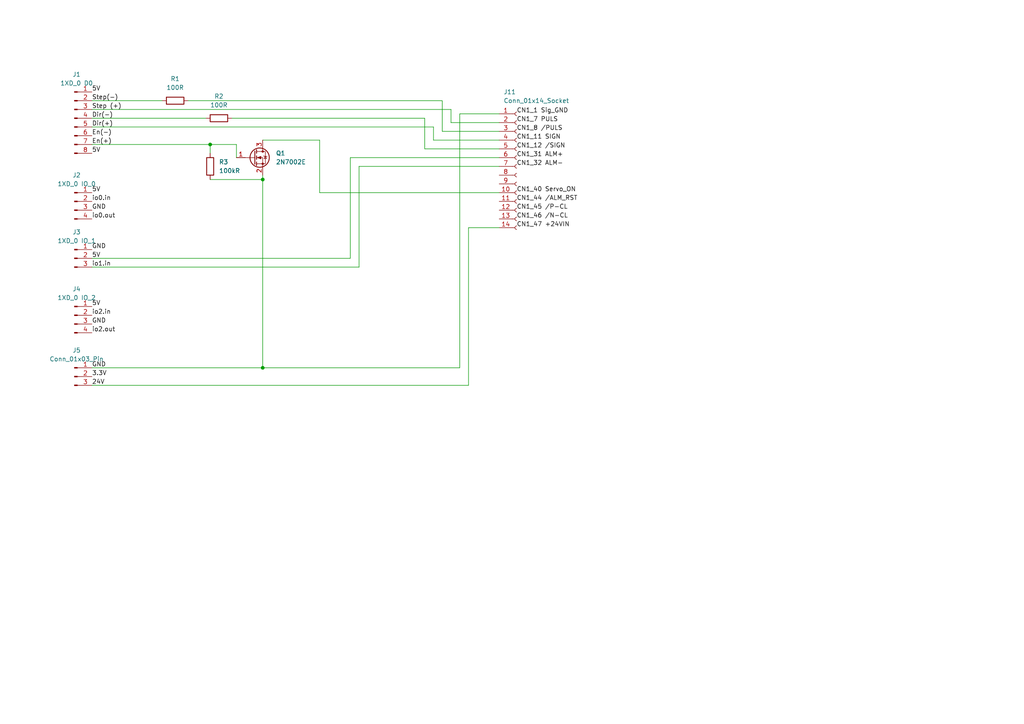
<source format=kicad_sch>
(kicad_sch (version 20230121) (generator eeschema)

  (uuid c9fd9f9d-1946-4b42-b6a8-8c81824d39f9)

  (paper "A4")

  (lib_symbols
    (symbol "Connector:Conn_01x03_Pin" (pin_names (offset 1.016) hide) (in_bom yes) (on_board yes)
      (property "Reference" "J" (at 0 5.08 0)
        (effects (font (size 1.27 1.27)))
      )
      (property "Value" "Conn_01x03_Pin" (at 0 -5.08 0)
        (effects (font (size 1.27 1.27)))
      )
      (property "Footprint" "" (at 0 0 0)
        (effects (font (size 1.27 1.27)) hide)
      )
      (property "Datasheet" "~" (at 0 0 0)
        (effects (font (size 1.27 1.27)) hide)
      )
      (property "ki_locked" "" (at 0 0 0)
        (effects (font (size 1.27 1.27)))
      )
      (property "ki_keywords" "connector" (at 0 0 0)
        (effects (font (size 1.27 1.27)) hide)
      )
      (property "ki_description" "Generic connector, single row, 01x03, script generated" (at 0 0 0)
        (effects (font (size 1.27 1.27)) hide)
      )
      (property "ki_fp_filters" "Connector*:*_1x??_*" (at 0 0 0)
        (effects (font (size 1.27 1.27)) hide)
      )
      (symbol "Conn_01x03_Pin_1_1"
        (polyline
          (pts
            (xy 1.27 -2.54)
            (xy 0.8636 -2.54)
          )
          (stroke (width 0.1524) (type default))
          (fill (type none))
        )
        (polyline
          (pts
            (xy 1.27 0)
            (xy 0.8636 0)
          )
          (stroke (width 0.1524) (type default))
          (fill (type none))
        )
        (polyline
          (pts
            (xy 1.27 2.54)
            (xy 0.8636 2.54)
          )
          (stroke (width 0.1524) (type default))
          (fill (type none))
        )
        (rectangle (start 0.8636 -2.413) (end 0 -2.667)
          (stroke (width 0.1524) (type default))
          (fill (type outline))
        )
        (rectangle (start 0.8636 0.127) (end 0 -0.127)
          (stroke (width 0.1524) (type default))
          (fill (type outline))
        )
        (rectangle (start 0.8636 2.667) (end 0 2.413)
          (stroke (width 0.1524) (type default))
          (fill (type outline))
        )
        (pin passive line (at 5.08 2.54 180) (length 3.81)
          (name "Pin_1" (effects (font (size 1.27 1.27))))
          (number "1" (effects (font (size 1.27 1.27))))
        )
        (pin passive line (at 5.08 0 180) (length 3.81)
          (name "Pin_2" (effects (font (size 1.27 1.27))))
          (number "2" (effects (font (size 1.27 1.27))))
        )
        (pin passive line (at 5.08 -2.54 180) (length 3.81)
          (name "Pin_3" (effects (font (size 1.27 1.27))))
          (number "3" (effects (font (size 1.27 1.27))))
        )
      )
    )
    (symbol "Connector:Conn_01x04_Pin" (pin_names (offset 1.016) hide) (in_bom yes) (on_board yes)
      (property "Reference" "J" (at 0 5.08 0)
        (effects (font (size 1.27 1.27)))
      )
      (property "Value" "Conn_01x04_Pin" (at 0 -7.62 0)
        (effects (font (size 1.27 1.27)))
      )
      (property "Footprint" "" (at 0 0 0)
        (effects (font (size 1.27 1.27)) hide)
      )
      (property "Datasheet" "~" (at 0 0 0)
        (effects (font (size 1.27 1.27)) hide)
      )
      (property "ki_locked" "" (at 0 0 0)
        (effects (font (size 1.27 1.27)))
      )
      (property "ki_keywords" "connector" (at 0 0 0)
        (effects (font (size 1.27 1.27)) hide)
      )
      (property "ki_description" "Generic connector, single row, 01x04, script generated" (at 0 0 0)
        (effects (font (size 1.27 1.27)) hide)
      )
      (property "ki_fp_filters" "Connector*:*_1x??_*" (at 0 0 0)
        (effects (font (size 1.27 1.27)) hide)
      )
      (symbol "Conn_01x04_Pin_1_1"
        (polyline
          (pts
            (xy 1.27 -5.08)
            (xy 0.8636 -5.08)
          )
          (stroke (width 0.1524) (type default))
          (fill (type none))
        )
        (polyline
          (pts
            (xy 1.27 -2.54)
            (xy 0.8636 -2.54)
          )
          (stroke (width 0.1524) (type default))
          (fill (type none))
        )
        (polyline
          (pts
            (xy 1.27 0)
            (xy 0.8636 0)
          )
          (stroke (width 0.1524) (type default))
          (fill (type none))
        )
        (polyline
          (pts
            (xy 1.27 2.54)
            (xy 0.8636 2.54)
          )
          (stroke (width 0.1524) (type default))
          (fill (type none))
        )
        (rectangle (start 0.8636 -4.953) (end 0 -5.207)
          (stroke (width 0.1524) (type default))
          (fill (type outline))
        )
        (rectangle (start 0.8636 -2.413) (end 0 -2.667)
          (stroke (width 0.1524) (type default))
          (fill (type outline))
        )
        (rectangle (start 0.8636 0.127) (end 0 -0.127)
          (stroke (width 0.1524) (type default))
          (fill (type outline))
        )
        (rectangle (start 0.8636 2.667) (end 0 2.413)
          (stroke (width 0.1524) (type default))
          (fill (type outline))
        )
        (pin passive line (at 5.08 2.54 180) (length 3.81)
          (name "Pin_1" (effects (font (size 1.27 1.27))))
          (number "1" (effects (font (size 1.27 1.27))))
        )
        (pin passive line (at 5.08 0 180) (length 3.81)
          (name "Pin_2" (effects (font (size 1.27 1.27))))
          (number "2" (effects (font (size 1.27 1.27))))
        )
        (pin passive line (at 5.08 -2.54 180) (length 3.81)
          (name "Pin_3" (effects (font (size 1.27 1.27))))
          (number "3" (effects (font (size 1.27 1.27))))
        )
        (pin passive line (at 5.08 -5.08 180) (length 3.81)
          (name "Pin_4" (effects (font (size 1.27 1.27))))
          (number "4" (effects (font (size 1.27 1.27))))
        )
      )
    )
    (symbol "Connector:Conn_01x08_Pin" (pin_names (offset 1.016) hide) (in_bom yes) (on_board yes)
      (property "Reference" "J" (at 0 10.16 0)
        (effects (font (size 1.27 1.27)))
      )
      (property "Value" "Conn_01x08_Pin" (at 0 -12.7 0)
        (effects (font (size 1.27 1.27)))
      )
      (property "Footprint" "" (at 0 0 0)
        (effects (font (size 1.27 1.27)) hide)
      )
      (property "Datasheet" "~" (at 0 0 0)
        (effects (font (size 1.27 1.27)) hide)
      )
      (property "ki_locked" "" (at 0 0 0)
        (effects (font (size 1.27 1.27)))
      )
      (property "ki_keywords" "connector" (at 0 0 0)
        (effects (font (size 1.27 1.27)) hide)
      )
      (property "ki_description" "Generic connector, single row, 01x08, script generated" (at 0 0 0)
        (effects (font (size 1.27 1.27)) hide)
      )
      (property "ki_fp_filters" "Connector*:*_1x??_*" (at 0 0 0)
        (effects (font (size 1.27 1.27)) hide)
      )
      (symbol "Conn_01x08_Pin_1_1"
        (polyline
          (pts
            (xy 1.27 -10.16)
            (xy 0.8636 -10.16)
          )
          (stroke (width 0.1524) (type default))
          (fill (type none))
        )
        (polyline
          (pts
            (xy 1.27 -7.62)
            (xy 0.8636 -7.62)
          )
          (stroke (width 0.1524) (type default))
          (fill (type none))
        )
        (polyline
          (pts
            (xy 1.27 -5.08)
            (xy 0.8636 -5.08)
          )
          (stroke (width 0.1524) (type default))
          (fill (type none))
        )
        (polyline
          (pts
            (xy 1.27 -2.54)
            (xy 0.8636 -2.54)
          )
          (stroke (width 0.1524) (type default))
          (fill (type none))
        )
        (polyline
          (pts
            (xy 1.27 0)
            (xy 0.8636 0)
          )
          (stroke (width 0.1524) (type default))
          (fill (type none))
        )
        (polyline
          (pts
            (xy 1.27 2.54)
            (xy 0.8636 2.54)
          )
          (stroke (width 0.1524) (type default))
          (fill (type none))
        )
        (polyline
          (pts
            (xy 1.27 5.08)
            (xy 0.8636 5.08)
          )
          (stroke (width 0.1524) (type default))
          (fill (type none))
        )
        (polyline
          (pts
            (xy 1.27 7.62)
            (xy 0.8636 7.62)
          )
          (stroke (width 0.1524) (type default))
          (fill (type none))
        )
        (rectangle (start 0.8636 -10.033) (end 0 -10.287)
          (stroke (width 0.1524) (type default))
          (fill (type outline))
        )
        (rectangle (start 0.8636 -7.493) (end 0 -7.747)
          (stroke (width 0.1524) (type default))
          (fill (type outline))
        )
        (rectangle (start 0.8636 -4.953) (end 0 -5.207)
          (stroke (width 0.1524) (type default))
          (fill (type outline))
        )
        (rectangle (start 0.8636 -2.413) (end 0 -2.667)
          (stroke (width 0.1524) (type default))
          (fill (type outline))
        )
        (rectangle (start 0.8636 0.127) (end 0 -0.127)
          (stroke (width 0.1524) (type default))
          (fill (type outline))
        )
        (rectangle (start 0.8636 2.667) (end 0 2.413)
          (stroke (width 0.1524) (type default))
          (fill (type outline))
        )
        (rectangle (start 0.8636 5.207) (end 0 4.953)
          (stroke (width 0.1524) (type default))
          (fill (type outline))
        )
        (rectangle (start 0.8636 7.747) (end 0 7.493)
          (stroke (width 0.1524) (type default))
          (fill (type outline))
        )
        (pin passive line (at 5.08 7.62 180) (length 3.81)
          (name "Pin_1" (effects (font (size 1.27 1.27))))
          (number "1" (effects (font (size 1.27 1.27))))
        )
        (pin passive line (at 5.08 5.08 180) (length 3.81)
          (name "Pin_2" (effects (font (size 1.27 1.27))))
          (number "2" (effects (font (size 1.27 1.27))))
        )
        (pin passive line (at 5.08 2.54 180) (length 3.81)
          (name "Pin_3" (effects (font (size 1.27 1.27))))
          (number "3" (effects (font (size 1.27 1.27))))
        )
        (pin passive line (at 5.08 0 180) (length 3.81)
          (name "Pin_4" (effects (font (size 1.27 1.27))))
          (number "4" (effects (font (size 1.27 1.27))))
        )
        (pin passive line (at 5.08 -2.54 180) (length 3.81)
          (name "Pin_5" (effects (font (size 1.27 1.27))))
          (number "5" (effects (font (size 1.27 1.27))))
        )
        (pin passive line (at 5.08 -5.08 180) (length 3.81)
          (name "Pin_6" (effects (font (size 1.27 1.27))))
          (number "6" (effects (font (size 1.27 1.27))))
        )
        (pin passive line (at 5.08 -7.62 180) (length 3.81)
          (name "Pin_7" (effects (font (size 1.27 1.27))))
          (number "7" (effects (font (size 1.27 1.27))))
        )
        (pin passive line (at 5.08 -10.16 180) (length 3.81)
          (name "Pin_8" (effects (font (size 1.27 1.27))))
          (number "8" (effects (font (size 1.27 1.27))))
        )
      )
    )
    (symbol "Connector:Conn_01x14_Socket" (pin_names (offset 1.016) hide) (in_bom yes) (on_board yes)
      (property "Reference" "J" (at 0 17.78 0)
        (effects (font (size 1.27 1.27)))
      )
      (property "Value" "Conn_01x14_Socket" (at 0 -20.32 0)
        (effects (font (size 1.27 1.27)))
      )
      (property "Footprint" "" (at 0 0 0)
        (effects (font (size 1.27 1.27)) hide)
      )
      (property "Datasheet" "~" (at 0 0 0)
        (effects (font (size 1.27 1.27)) hide)
      )
      (property "ki_locked" "" (at 0 0 0)
        (effects (font (size 1.27 1.27)))
      )
      (property "ki_keywords" "connector" (at 0 0 0)
        (effects (font (size 1.27 1.27)) hide)
      )
      (property "ki_description" "Generic connector, single row, 01x14, script generated" (at 0 0 0)
        (effects (font (size 1.27 1.27)) hide)
      )
      (property "ki_fp_filters" "Connector*:*_1x??_*" (at 0 0 0)
        (effects (font (size 1.27 1.27)) hide)
      )
      (symbol "Conn_01x14_Socket_1_1"
        (arc (start 0 -17.272) (mid -0.5058 -17.78) (end 0 -18.288)
          (stroke (width 0.1524) (type default))
          (fill (type none))
        )
        (arc (start 0 -14.732) (mid -0.5058 -15.24) (end 0 -15.748)
          (stroke (width 0.1524) (type default))
          (fill (type none))
        )
        (arc (start 0 -12.192) (mid -0.5058 -12.7) (end 0 -13.208)
          (stroke (width 0.1524) (type default))
          (fill (type none))
        )
        (arc (start 0 -9.652) (mid -0.5058 -10.16) (end 0 -10.668)
          (stroke (width 0.1524) (type default))
          (fill (type none))
        )
        (arc (start 0 -7.112) (mid -0.5058 -7.62) (end 0 -8.128)
          (stroke (width 0.1524) (type default))
          (fill (type none))
        )
        (arc (start 0 -4.572) (mid -0.5058 -5.08) (end 0 -5.588)
          (stroke (width 0.1524) (type default))
          (fill (type none))
        )
        (arc (start 0 -2.032) (mid -0.5058 -2.54) (end 0 -3.048)
          (stroke (width 0.1524) (type default))
          (fill (type none))
        )
        (polyline
          (pts
            (xy -1.27 -17.78)
            (xy -0.508 -17.78)
          )
          (stroke (width 0.1524) (type default))
          (fill (type none))
        )
        (polyline
          (pts
            (xy -1.27 -15.24)
            (xy -0.508 -15.24)
          )
          (stroke (width 0.1524) (type default))
          (fill (type none))
        )
        (polyline
          (pts
            (xy -1.27 -12.7)
            (xy -0.508 -12.7)
          )
          (stroke (width 0.1524) (type default))
          (fill (type none))
        )
        (polyline
          (pts
            (xy -1.27 -10.16)
            (xy -0.508 -10.16)
          )
          (stroke (width 0.1524) (type default))
          (fill (type none))
        )
        (polyline
          (pts
            (xy -1.27 -7.62)
            (xy -0.508 -7.62)
          )
          (stroke (width 0.1524) (type default))
          (fill (type none))
        )
        (polyline
          (pts
            (xy -1.27 -5.08)
            (xy -0.508 -5.08)
          )
          (stroke (width 0.1524) (type default))
          (fill (type none))
        )
        (polyline
          (pts
            (xy -1.27 -2.54)
            (xy -0.508 -2.54)
          )
          (stroke (width 0.1524) (type default))
          (fill (type none))
        )
        (polyline
          (pts
            (xy -1.27 0)
            (xy -0.508 0)
          )
          (stroke (width 0.1524) (type default))
          (fill (type none))
        )
        (polyline
          (pts
            (xy -1.27 2.54)
            (xy -0.508 2.54)
          )
          (stroke (width 0.1524) (type default))
          (fill (type none))
        )
        (polyline
          (pts
            (xy -1.27 5.08)
            (xy -0.508 5.08)
          )
          (stroke (width 0.1524) (type default))
          (fill (type none))
        )
        (polyline
          (pts
            (xy -1.27 7.62)
            (xy -0.508 7.62)
          )
          (stroke (width 0.1524) (type default))
          (fill (type none))
        )
        (polyline
          (pts
            (xy -1.27 10.16)
            (xy -0.508 10.16)
          )
          (stroke (width 0.1524) (type default))
          (fill (type none))
        )
        (polyline
          (pts
            (xy -1.27 12.7)
            (xy -0.508 12.7)
          )
          (stroke (width 0.1524) (type default))
          (fill (type none))
        )
        (polyline
          (pts
            (xy -1.27 15.24)
            (xy -0.508 15.24)
          )
          (stroke (width 0.1524) (type default))
          (fill (type none))
        )
        (arc (start 0 0.508) (mid -0.5058 0) (end 0 -0.508)
          (stroke (width 0.1524) (type default))
          (fill (type none))
        )
        (arc (start 0 3.048) (mid -0.5058 2.54) (end 0 2.032)
          (stroke (width 0.1524) (type default))
          (fill (type none))
        )
        (arc (start 0 5.588) (mid -0.5058 5.08) (end 0 4.572)
          (stroke (width 0.1524) (type default))
          (fill (type none))
        )
        (arc (start 0 8.128) (mid -0.5058 7.62) (end 0 7.112)
          (stroke (width 0.1524) (type default))
          (fill (type none))
        )
        (arc (start 0 10.668) (mid -0.5058 10.16) (end 0 9.652)
          (stroke (width 0.1524) (type default))
          (fill (type none))
        )
        (arc (start 0 13.208) (mid -0.5058 12.7) (end 0 12.192)
          (stroke (width 0.1524) (type default))
          (fill (type none))
        )
        (arc (start 0 15.748) (mid -0.5058 15.24) (end 0 14.732)
          (stroke (width 0.1524) (type default))
          (fill (type none))
        )
        (pin passive line (at -5.08 15.24 0) (length 3.81)
          (name "Pin_1" (effects (font (size 1.27 1.27))))
          (number "1" (effects (font (size 1.27 1.27))))
        )
        (pin passive line (at -5.08 -7.62 0) (length 3.81)
          (name "Pin_10" (effects (font (size 1.27 1.27))))
          (number "10" (effects (font (size 1.27 1.27))))
        )
        (pin passive line (at -5.08 -10.16 0) (length 3.81)
          (name "Pin_11" (effects (font (size 1.27 1.27))))
          (number "11" (effects (font (size 1.27 1.27))))
        )
        (pin passive line (at -5.08 -12.7 0) (length 3.81)
          (name "Pin_12" (effects (font (size 1.27 1.27))))
          (number "12" (effects (font (size 1.27 1.27))))
        )
        (pin passive line (at -5.08 -15.24 0) (length 3.81)
          (name "Pin_13" (effects (font (size 1.27 1.27))))
          (number "13" (effects (font (size 1.27 1.27))))
        )
        (pin passive line (at -5.08 -17.78 0) (length 3.81)
          (name "Pin_14" (effects (font (size 1.27 1.27))))
          (number "14" (effects (font (size 1.27 1.27))))
        )
        (pin passive line (at -5.08 12.7 0) (length 3.81)
          (name "Pin_2" (effects (font (size 1.27 1.27))))
          (number "2" (effects (font (size 1.27 1.27))))
        )
        (pin passive line (at -5.08 10.16 0) (length 3.81)
          (name "Pin_3" (effects (font (size 1.27 1.27))))
          (number "3" (effects (font (size 1.27 1.27))))
        )
        (pin passive line (at -5.08 7.62 0) (length 3.81)
          (name "Pin_4" (effects (font (size 1.27 1.27))))
          (number "4" (effects (font (size 1.27 1.27))))
        )
        (pin passive line (at -5.08 5.08 0) (length 3.81)
          (name "Pin_5" (effects (font (size 1.27 1.27))))
          (number "5" (effects (font (size 1.27 1.27))))
        )
        (pin passive line (at -5.08 2.54 0) (length 3.81)
          (name "Pin_6" (effects (font (size 1.27 1.27))))
          (number "6" (effects (font (size 1.27 1.27))))
        )
        (pin passive line (at -5.08 0 0) (length 3.81)
          (name "Pin_7" (effects (font (size 1.27 1.27))))
          (number "7" (effects (font (size 1.27 1.27))))
        )
        (pin passive line (at -5.08 -2.54 0) (length 3.81)
          (name "Pin_8" (effects (font (size 1.27 1.27))))
          (number "8" (effects (font (size 1.27 1.27))))
        )
        (pin passive line (at -5.08 -5.08 0) (length 3.81)
          (name "Pin_9" (effects (font (size 1.27 1.27))))
          (number "9" (effects (font (size 1.27 1.27))))
        )
      )
    )
    (symbol "Device:R" (pin_numbers hide) (pin_names (offset 0)) (in_bom yes) (on_board yes)
      (property "Reference" "R" (at 2.032 0 90)
        (effects (font (size 1.27 1.27)))
      )
      (property "Value" "R" (at 0 0 90)
        (effects (font (size 1.27 1.27)))
      )
      (property "Footprint" "" (at -1.778 0 90)
        (effects (font (size 1.27 1.27)) hide)
      )
      (property "Datasheet" "~" (at 0 0 0)
        (effects (font (size 1.27 1.27)) hide)
      )
      (property "ki_keywords" "R res resistor" (at 0 0 0)
        (effects (font (size 1.27 1.27)) hide)
      )
      (property "ki_description" "Resistor" (at 0 0 0)
        (effects (font (size 1.27 1.27)) hide)
      )
      (property "ki_fp_filters" "R_*" (at 0 0 0)
        (effects (font (size 1.27 1.27)) hide)
      )
      (symbol "R_0_1"
        (rectangle (start -1.016 -2.54) (end 1.016 2.54)
          (stroke (width 0.254) (type default))
          (fill (type none))
        )
      )
      (symbol "R_1_1"
        (pin passive line (at 0 3.81 270) (length 1.27)
          (name "~" (effects (font (size 1.27 1.27))))
          (number "1" (effects (font (size 1.27 1.27))))
        )
        (pin passive line (at 0 -3.81 90) (length 1.27)
          (name "~" (effects (font (size 1.27 1.27))))
          (number "2" (effects (font (size 1.27 1.27))))
        )
      )
    )
    (symbol "Transistor_FET:2N7002E" (pin_names hide) (in_bom yes) (on_board yes)
      (property "Reference" "Q" (at 5.08 1.905 0)
        (effects (font (size 1.27 1.27)) (justify left))
      )
      (property "Value" "2N7002E" (at 5.08 0 0)
        (effects (font (size 1.27 1.27)) (justify left))
      )
      (property "Footprint" "Package_TO_SOT_SMD:SOT-23" (at 5.08 -1.905 0)
        (effects (font (size 1.27 1.27) italic) (justify left) hide)
      )
      (property "Datasheet" "http://www.diodes.com/assets/Datasheets/ds30376.pdf" (at 0 0 0)
        (effects (font (size 1.27 1.27)) (justify left) hide)
      )
      (property "ki_keywords" "N-Channel MOSFET" (at 0 0 0)
        (effects (font (size 1.27 1.27)) hide)
      )
      (property "ki_description" "0.24A Id, 60V Vds, N-Channel MOSFET, SOT-23" (at 0 0 0)
        (effects (font (size 1.27 1.27)) hide)
      )
      (property "ki_fp_filters" "SOT?23*" (at 0 0 0)
        (effects (font (size 1.27 1.27)) hide)
      )
      (symbol "2N7002E_0_1"
        (polyline
          (pts
            (xy 0.254 0)
            (xy -2.54 0)
          )
          (stroke (width 0) (type default))
          (fill (type none))
        )
        (polyline
          (pts
            (xy 0.254 1.905)
            (xy 0.254 -1.905)
          )
          (stroke (width 0.254) (type default))
          (fill (type none))
        )
        (polyline
          (pts
            (xy 0.762 -1.27)
            (xy 0.762 -2.286)
          )
          (stroke (width 0.254) (type default))
          (fill (type none))
        )
        (polyline
          (pts
            (xy 0.762 0.508)
            (xy 0.762 -0.508)
          )
          (stroke (width 0.254) (type default))
          (fill (type none))
        )
        (polyline
          (pts
            (xy 0.762 2.286)
            (xy 0.762 1.27)
          )
          (stroke (width 0.254) (type default))
          (fill (type none))
        )
        (polyline
          (pts
            (xy 2.54 2.54)
            (xy 2.54 1.778)
          )
          (stroke (width 0) (type default))
          (fill (type none))
        )
        (polyline
          (pts
            (xy 2.54 -2.54)
            (xy 2.54 0)
            (xy 0.762 0)
          )
          (stroke (width 0) (type default))
          (fill (type none))
        )
        (polyline
          (pts
            (xy 0.762 -1.778)
            (xy 3.302 -1.778)
            (xy 3.302 1.778)
            (xy 0.762 1.778)
          )
          (stroke (width 0) (type default))
          (fill (type none))
        )
        (polyline
          (pts
            (xy 1.016 0)
            (xy 2.032 0.381)
            (xy 2.032 -0.381)
            (xy 1.016 0)
          )
          (stroke (width 0) (type default))
          (fill (type outline))
        )
        (polyline
          (pts
            (xy 2.794 0.508)
            (xy 2.921 0.381)
            (xy 3.683 0.381)
            (xy 3.81 0.254)
          )
          (stroke (width 0) (type default))
          (fill (type none))
        )
        (polyline
          (pts
            (xy 3.302 0.381)
            (xy 2.921 -0.254)
            (xy 3.683 -0.254)
            (xy 3.302 0.381)
          )
          (stroke (width 0) (type default))
          (fill (type none))
        )
        (circle (center 1.651 0) (radius 2.794)
          (stroke (width 0.254) (type default))
          (fill (type none))
        )
        (circle (center 2.54 -1.778) (radius 0.254)
          (stroke (width 0) (type default))
          (fill (type outline))
        )
        (circle (center 2.54 1.778) (radius 0.254)
          (stroke (width 0) (type default))
          (fill (type outline))
        )
      )
      (symbol "2N7002E_1_1"
        (pin input line (at -5.08 0 0) (length 2.54)
          (name "G" (effects (font (size 1.27 1.27))))
          (number "1" (effects (font (size 1.27 1.27))))
        )
        (pin passive line (at 2.54 -5.08 90) (length 2.54)
          (name "S" (effects (font (size 1.27 1.27))))
          (number "2" (effects (font (size 1.27 1.27))))
        )
        (pin passive line (at 2.54 5.08 270) (length 2.54)
          (name "D" (effects (font (size 1.27 1.27))))
          (number "3" (effects (font (size 1.27 1.27))))
        )
      )
    )
  )

  (junction (at 76.2 106.68) (diameter 0) (color 0 0 0 0)
    (uuid 2ad2b445-e688-4dc1-b8fb-201eec93b87e)
  )
  (junction (at 60.96 41.91) (diameter 0) (color 0 0 0 0)
    (uuid 46f13615-33c2-4518-b240-7d7ce5964719)
  )
  (junction (at 76.2 52.07) (diameter 0) (color 0 0 0 0)
    (uuid 9b0485fd-269d-4fbc-a047-37239ffc9591)
  )

  (wire (pts (xy 76.2 50.8) (xy 76.2 52.07))
    (stroke (width 0) (type default))
    (uuid 0f6555de-5188-4474-8f39-80c7d5265d6f)
  )
  (wire (pts (xy 104.14 48.26) (xy 104.14 77.47))
    (stroke (width 0) (type default))
    (uuid 1210a609-af9c-4799-8805-a74bea2d0869)
  )
  (wire (pts (xy 135.89 111.76) (xy 135.89 66.04))
    (stroke (width 0) (type default))
    (uuid 12934dec-4f54-4fb3-8f5d-d36867769189)
  )
  (wire (pts (xy 133.35 106.68) (xy 76.2 106.68))
    (stroke (width 0) (type default))
    (uuid 1303a2d8-1a50-4e57-acfc-3eefabed7fb2)
  )
  (wire (pts (xy 60.96 52.07) (xy 76.2 52.07))
    (stroke (width 0) (type default))
    (uuid 15c6e1f5-591e-451b-9825-4d45450f5747)
  )
  (wire (pts (xy 26.67 77.47) (xy 104.14 77.47))
    (stroke (width 0) (type default))
    (uuid 19c81613-f44d-4a30-bd15-8c50c9734225)
  )
  (wire (pts (xy 123.19 43.18) (xy 144.78 43.18))
    (stroke (width 0) (type default))
    (uuid 219fa7c1-ccff-401d-a2a5-aa56e1066af7)
  )
  (wire (pts (xy 128.27 38.1) (xy 144.78 38.1))
    (stroke (width 0) (type default))
    (uuid 2b350422-a64b-4d74-894c-71982a68f099)
  )
  (wire (pts (xy 144.78 33.02) (xy 133.35 33.02))
    (stroke (width 0) (type default))
    (uuid 2eaa5521-831f-4e16-9aa5-465e77aaa0fb)
  )
  (wire (pts (xy 135.89 66.04) (xy 144.78 66.04))
    (stroke (width 0) (type default))
    (uuid 41586f39-1cfa-4658-90fe-637e7dc1a043)
  )
  (wire (pts (xy 128.27 29.21) (xy 128.27 38.1))
    (stroke (width 0) (type default))
    (uuid 444f626c-c49b-47c4-aba5-bd7459d71084)
  )
  (wire (pts (xy 125.73 40.64) (xy 144.78 40.64))
    (stroke (width 0) (type default))
    (uuid 49174cce-15b5-4f59-a4ba-8e02ae6f613b)
  )
  (wire (pts (xy 144.78 55.88) (xy 92.71 55.88))
    (stroke (width 0) (type default))
    (uuid 4ad639d2-43d5-45c9-a0b3-ecb08462a491)
  )
  (wire (pts (xy 54.61 29.21) (xy 128.27 29.21))
    (stroke (width 0) (type default))
    (uuid 5afbfc64-a733-46b1-ae02-77ea32d52cc5)
  )
  (wire (pts (xy 26.67 41.91) (xy 60.96 41.91))
    (stroke (width 0) (type default))
    (uuid 5b297f69-379e-4bf0-bb50-ad473a4a7aa5)
  )
  (wire (pts (xy 60.96 41.91) (xy 68.58 41.91))
    (stroke (width 0) (type default))
    (uuid 5ec8407e-2add-4e8f-a8c6-33b35cd0f455)
  )
  (wire (pts (xy 92.71 40.64) (xy 92.71 55.88))
    (stroke (width 0) (type default))
    (uuid 6f184769-bd42-4b3e-a7d5-3a583665bb8e)
  )
  (wire (pts (xy 76.2 106.68) (xy 26.67 106.68))
    (stroke (width 0) (type default))
    (uuid 85986357-8a33-4d9a-88d4-b3420d81603b)
  )
  (wire (pts (xy 144.78 45.72) (xy 101.6 45.72))
    (stroke (width 0) (type default))
    (uuid 860b5673-c1c9-4d4f-8bf9-608b1fef736c)
  )
  (wire (pts (xy 26.67 29.21) (xy 46.99 29.21))
    (stroke (width 0) (type default))
    (uuid 873aa284-947c-4262-ba6e-7b19aad5443c)
  )
  (wire (pts (xy 101.6 74.93) (xy 26.67 74.93))
    (stroke (width 0) (type default))
    (uuid 9a6d6ef7-08e2-41c8-8798-57a1920303a9)
  )
  (wire (pts (xy 26.67 34.29) (xy 59.69 34.29))
    (stroke (width 0) (type default))
    (uuid a1e5125c-f89c-457e-9d7d-78dd47f80a0b)
  )
  (wire (pts (xy 125.73 36.83) (xy 125.73 40.64))
    (stroke (width 0) (type default))
    (uuid b22fee18-7d68-43f9-99ad-7341ad8ef2b5)
  )
  (wire (pts (xy 144.78 48.26) (xy 104.14 48.26))
    (stroke (width 0) (type default))
    (uuid b3d9fa9d-2879-46d4-a3f4-5bd49b90bdd6)
  )
  (wire (pts (xy 67.31 34.29) (xy 123.19 34.29))
    (stroke (width 0) (type default))
    (uuid b821165a-b545-41fa-925d-63d0721b1019)
  )
  (wire (pts (xy 123.19 34.29) (xy 123.19 43.18))
    (stroke (width 0) (type default))
    (uuid c0a65ffb-b9b6-4300-ba2e-6f0b22ed884e)
  )
  (wire (pts (xy 26.67 31.75) (xy 130.81 31.75))
    (stroke (width 0) (type default))
    (uuid ca045b49-6594-4e16-8b43-1718fa47f14a)
  )
  (wire (pts (xy 130.81 31.75) (xy 130.81 35.56))
    (stroke (width 0) (type default))
    (uuid cbcbe4e9-5b65-411e-99d8-43adcde40b97)
  )
  (wire (pts (xy 68.58 41.91) (xy 68.58 45.72))
    (stroke (width 0) (type default))
    (uuid d25bb0f1-9f8f-4ba9-b0f2-1b0c0610fa76)
  )
  (wire (pts (xy 76.2 52.07) (xy 76.2 106.68))
    (stroke (width 0) (type default))
    (uuid d2838ea2-76d0-40f7-a436-1eaffb4ee81e)
  )
  (wire (pts (xy 135.89 111.76) (xy 26.67 111.76))
    (stroke (width 0) (type default))
    (uuid d2c55dc8-bbeb-4e87-9592-76d5a7f17067)
  )
  (wire (pts (xy 60.96 41.91) (xy 60.96 44.45))
    (stroke (width 0) (type default))
    (uuid d8dc8dc1-24e8-45c6-9686-96d34f604883)
  )
  (wire (pts (xy 101.6 45.72) (xy 101.6 74.93))
    (stroke (width 0) (type default))
    (uuid dbdbc8de-46da-4b14-875f-d3d0a205497d)
  )
  (wire (pts (xy 144.78 35.56) (xy 130.81 35.56))
    (stroke (width 0) (type default))
    (uuid def34230-0a99-4e1e-bb13-4feddcb51699)
  )
  (wire (pts (xy 26.67 36.83) (xy 125.73 36.83))
    (stroke (width 0) (type default))
    (uuid f679a267-8d46-4ea9-920e-0496b22b1acf)
  )
  (wire (pts (xy 133.35 33.02) (xy 133.35 106.68))
    (stroke (width 0) (type default))
    (uuid fbc8c03c-9c53-4395-a1c8-76397e509564)
  )
  (wire (pts (xy 92.71 40.64) (xy 76.2 40.64))
    (stroke (width 0) (type default))
    (uuid fe2fee3d-5d07-4686-b503-b5f748029eef)
  )

  (label "CN1_1 Sig_GND" (at 149.86 33.02 0) (fields_autoplaced)
    (effects (font (size 1.27 1.27)) (justify left bottom))
    (uuid 07a73908-df2e-487f-8a15-b9f4633e3505)
  )
  (label "CN1_7 PULS" (at 149.86 35.56 0) (fields_autoplaced)
    (effects (font (size 1.27 1.27)) (justify left bottom))
    (uuid 09ab96eb-ae11-46bd-af93-79c2fc854573)
  )
  (label "io0.out" (at 26.67 63.5 0) (fields_autoplaced)
    (effects (font (size 1.27 1.27)) (justify left bottom))
    (uuid 0d58bb64-e069-480d-9b80-7edaead4e2d0)
  )
  (label "3.3V" (at 26.67 109.22 0) (fields_autoplaced)
    (effects (font (size 1.27 1.27)) (justify left bottom))
    (uuid 0db3b336-7393-43b3-9f00-408bab592fe3)
  )
  (label "Dir(+)" (at 26.67 36.83 0) (fields_autoplaced)
    (effects (font (size 1.27 1.27)) (justify left bottom))
    (uuid 132fd84b-9f21-4416-8af3-f631394b4bcc)
  )
  (label "5V" (at 26.67 26.67 0) (fields_autoplaced)
    (effects (font (size 1.27 1.27)) (justify left bottom))
    (uuid 17732a62-2444-4853-ba2d-f1d2d98190c6)
  )
  (label "CN1_32 ALM-" (at 149.86 48.26 0) (fields_autoplaced)
    (effects (font (size 1.27 1.27)) (justify left bottom))
    (uuid 1bf44663-b5dc-401e-b17d-685f6de07066)
  )
  (label "En(+)" (at 26.67 41.91 0) (fields_autoplaced)
    (effects (font (size 1.27 1.27)) (justify left bottom))
    (uuid 244d56d8-e07f-418d-b202-261610ca67ef)
  )
  (label "io2.in" (at 26.67 91.44 0) (fields_autoplaced)
    (effects (font (size 1.27 1.27)) (justify left bottom))
    (uuid 33135aea-2a6a-40a0-a916-6729731363c2)
  )
  (label "CN1_12 {slash}SIGN" (at 149.86 43.18 0) (fields_autoplaced)
    (effects (font (size 1.27 1.27)) (justify left bottom))
    (uuid 3fbff1d4-a7b9-4384-a7f1-83c0812d15d9)
  )
  (label "GND" (at 26.67 60.96 0) (fields_autoplaced)
    (effects (font (size 1.27 1.27)) (justify left bottom))
    (uuid 4b4a8380-e53b-4d6c-aba1-674982e8f50b)
  )
  (label "GND" (at 26.67 93.98 0) (fields_autoplaced)
    (effects (font (size 1.27 1.27)) (justify left bottom))
    (uuid 54954002-7610-4a03-9a98-9e3adc2406eb)
  )
  (label "5V" (at 26.67 88.9 0) (fields_autoplaced)
    (effects (font (size 1.27 1.27)) (justify left bottom))
    (uuid 6c861d78-510b-4101-b595-69ba876e0e81)
  )
  (label "Step(-)" (at 26.67 29.21 0) (fields_autoplaced)
    (effects (font (size 1.27 1.27)) (justify left bottom))
    (uuid 6e18c5ac-7650-41f0-b851-a07e900c0edf)
  )
  (label "GND" (at 26.67 72.39 0) (fields_autoplaced)
    (effects (font (size 1.27 1.27)) (justify left bottom))
    (uuid 7b9c9135-7eec-4f5c-9403-69b2e06590a6)
  )
  (label "5V" (at 26.67 74.93 0) (fields_autoplaced)
    (effects (font (size 1.27 1.27)) (justify left bottom))
    (uuid 7e58ea0d-19da-46d2-a455-c4efba0c6a46)
  )
  (label "io2.out" (at 26.67 96.52 0) (fields_autoplaced)
    (effects (font (size 1.27 1.27)) (justify left bottom))
    (uuid 81e47c2e-4a90-4676-adef-85bb463551b8)
  )
  (label "GND" (at 26.67 106.68 0) (fields_autoplaced)
    (effects (font (size 1.27 1.27)) (justify left bottom))
    (uuid 88e05f85-045e-46d1-baed-5f62c9535bf2)
  )
  (label "5V" (at 26.67 44.45 0) (fields_autoplaced)
    (effects (font (size 1.27 1.27)) (justify left bottom))
    (uuid 8ff191fd-3669-4bfb-a074-cf0436f8f54f)
  )
  (label "CN1_47 +24VIN" (at 149.86 66.04 0) (fields_autoplaced)
    (effects (font (size 1.27 1.27)) (justify left bottom))
    (uuid 914568b1-9815-408e-b801-ce095d58343a)
  )
  (label "En(-)" (at 26.67 39.37 0) (fields_autoplaced)
    (effects (font (size 1.27 1.27)) (justify left bottom))
    (uuid a6aa5f42-c7bb-4ede-a571-99780c432891)
  )
  (label "Step (+)" (at 26.67 31.75 0) (fields_autoplaced)
    (effects (font (size 1.27 1.27)) (justify left bottom))
    (uuid aedeb525-e50e-418d-b8b1-fc4deeda5582)
  )
  (label "Dir(-)" (at 26.67 34.29 0) (fields_autoplaced)
    (effects (font (size 1.27 1.27)) (justify left bottom))
    (uuid b4e52ce0-81db-4262-803b-087098f3c844)
  )
  (label "CN1_44 {slash}ALM_RST" (at 149.86 58.42 0) (fields_autoplaced)
    (effects (font (size 1.27 1.27)) (justify left bottom))
    (uuid b8da0023-c3f1-4e6d-908a-7dc847f5d9bd)
  )
  (label "CN1_46 {slash}N-CL" (at 149.86 63.5 0) (fields_autoplaced)
    (effects (font (size 1.27 1.27)) (justify left bottom))
    (uuid c1855164-f328-49f8-9767-b46d76e2dfe3)
  )
  (label "CN1_8 {slash}PULS" (at 149.86 38.1 0) (fields_autoplaced)
    (effects (font (size 1.27 1.27)) (justify left bottom))
    (uuid c317c26d-4e30-4cbf-a2c0-d6f9760b9800)
  )
  (label "CN1_40 Servo_ON" (at 149.86 55.88 0) (fields_autoplaced)
    (effects (font (size 1.27 1.27)) (justify left bottom))
    (uuid c8ced2d2-d7a0-49a1-8b7b-51122573ab32)
  )
  (label "5V" (at 26.67 55.88 0) (fields_autoplaced)
    (effects (font (size 1.27 1.27)) (justify left bottom))
    (uuid cc7b641b-570d-44f3-9899-f70b0c153f12)
  )
  (label "CN1_11 SIGN" (at 149.86 40.64 0) (fields_autoplaced)
    (effects (font (size 1.27 1.27)) (justify left bottom))
    (uuid d1afb3f8-4999-4665-88eb-7dc3cfce883b)
  )
  (label "io1.in" (at 26.67 77.47 0) (fields_autoplaced)
    (effects (font (size 1.27 1.27)) (justify left bottom))
    (uuid d2d8d3bc-718b-4707-ae3a-6e7acfae2923)
  )
  (label "24V" (at 26.67 111.76 0) (fields_autoplaced)
    (effects (font (size 1.27 1.27)) (justify left bottom))
    (uuid de4add96-dd5b-4ff0-bbc9-44b9edc8f6d7)
  )
  (label "io0.in" (at 26.67 58.42 0) (fields_autoplaced)
    (effects (font (size 1.27 1.27)) (justify left bottom))
    (uuid f6dfd6fc-6032-4835-8d8b-4aca1c861467)
  )
  (label "CN1_31 ALM+" (at 149.86 45.72 0) (fields_autoplaced)
    (effects (font (size 1.27 1.27)) (justify left bottom))
    (uuid fac2f481-9846-43ef-8cb5-440c56f85393)
  )
  (label "CN1_45 {slash}P-CL" (at 149.86 60.96 0) (fields_autoplaced)
    (effects (font (size 1.27 1.27)) (justify left bottom))
    (uuid fcc209b3-dfd9-40e3-a21c-c459c9a99249)
  )

  (symbol (lib_id "Connector:Conn_01x14_Socket") (at 149.86 48.26 0) (unit 1)
    (in_bom yes) (on_board yes) (dnp no)
    (uuid 1b01f588-7114-404c-a89e-e739d89d9a7e)
    (property "Reference" "J11" (at 146.05 26.67 0)
      (effects (font (size 1.27 1.27)) (justify left))
    )
    (property "Value" "Conn_01x14_Socket" (at 146.05 29.21 0)
      (effects (font (size 1.27 1.27)) (justify left))
    )
    (property "Footprint" "" (at 149.86 48.26 0)
      (effects (font (size 1.27 1.27)) hide)
    )
    (property "Datasheet" "~" (at 149.86 48.26 0)
      (effects (font (size 1.27 1.27)) hide)
    )
    (pin "1" (uuid 2cbea70c-eac1-4951-b40f-59b5d8a90eca))
    (pin "10" (uuid 4cced0bc-3256-4da9-ab31-0b5539d60f80))
    (pin "11" (uuid 8b0a1122-ff6e-4ca0-9de8-d0e88f632fda))
    (pin "12" (uuid 81fed06c-97c6-49cb-89da-98e62f219e27))
    (pin "13" (uuid 943ca25d-9c88-414a-8ae5-ce86b9871e4c))
    (pin "14" (uuid c86b087f-4b60-47b0-97ec-a2e9abde8dbb))
    (pin "2" (uuid 77fa31ae-44b7-4621-93a4-f67c7f0650c5))
    (pin "3" (uuid 78ce6ee7-be85-4595-a050-ad165f485cca))
    (pin "4" (uuid c632b6c1-b7a8-4fa7-bedf-a09b5a5f53fd))
    (pin "5" (uuid 6feea9eb-b096-4092-9788-36c5776865e9))
    (pin "6" (uuid f08c9114-0f47-4221-bc02-d1bd7fa1159a))
    (pin "7" (uuid b39ad0e7-bea2-4c69-8398-616aa8650daf))
    (pin "8" (uuid e30b762a-3442-43fa-97b7-720693907d8c))
    (pin "9" (uuid 8430c541-b8fd-4aa1-873e-2581f16c2695))
    (instances
      (project "1XD-SGD7S comm-board"
        (path "/c9fd9f9d-1946-4b42-b6a8-8c81824d39f9"
          (reference "J11") (unit 1)
        )
      )
    )
  )

  (symbol (lib_id "Connector:Conn_01x03_Pin") (at 21.59 109.22 0) (unit 1)
    (in_bom yes) (on_board yes) (dnp no) (fields_autoplaced)
    (uuid 1cd74ece-b3ff-484f-8d30-67796b207442)
    (property "Reference" "J5" (at 22.225 101.6 0)
      (effects (font (size 1.27 1.27)))
    )
    (property "Value" "Conn_01x03_Pin" (at 22.225 104.14 0)
      (effects (font (size 1.27 1.27)))
    )
    (property "Footprint" "" (at 21.59 109.22 0)
      (effects (font (size 1.27 1.27)) hide)
    )
    (property "Datasheet" "~" (at 21.59 109.22 0)
      (effects (font (size 1.27 1.27)) hide)
    )
    (pin "1" (uuid e13e8b32-e1c2-431d-877c-843a92449ee1))
    (pin "2" (uuid 6759e7d5-5150-4adb-9d7d-f371c719045c))
    (pin "3" (uuid b68dda5a-ef1a-49eb-ab3a-d75d765a8b64))
    (instances
      (project "1XD-SGD7S comm-board"
        (path "/c9fd9f9d-1946-4b42-b6a8-8c81824d39f9"
          (reference "J5") (unit 1)
        )
      )
    )
  )

  (symbol (lib_id "Connector:Conn_01x08_Pin") (at 21.59 34.29 0) (unit 1)
    (in_bom yes) (on_board yes) (dnp no) (fields_autoplaced)
    (uuid 2398f555-a35e-4baa-abc0-58f498cfa0f3)
    (property "Reference" "J1" (at 22.225 21.59 0)
      (effects (font (size 1.27 1.27)))
    )
    (property "Value" "1XD_0 D0" (at 22.225 24.13 0)
      (effects (font (size 1.27 1.27)))
    )
    (property "Footprint" "" (at 21.59 34.29 0)
      (effects (font (size 1.27 1.27)) hide)
    )
    (property "Datasheet" "~" (at 21.59 34.29 0)
      (effects (font (size 1.27 1.27)) hide)
    )
    (pin "1" (uuid e22fe180-99b5-435a-bf27-e38e3d7405fb))
    (pin "2" (uuid 1991bdc8-a970-4d9e-b39f-d70101740695))
    (pin "3" (uuid 8d68e70c-35b2-4950-bf88-48c26eb215d7))
    (pin "4" (uuid 81ac6aa2-838c-41fd-80a5-5726115f95e2))
    (pin "5" (uuid 77472a3d-29b0-420d-8636-95651b1d942a))
    (pin "6" (uuid c958e5d3-f847-482e-952f-478d5ec07d9c))
    (pin "7" (uuid a800e491-3cfe-4658-9548-964b5de66373))
    (pin "8" (uuid 40638117-311c-4a82-8c63-af3f1e4f8b95))
    (instances
      (project "1XD-SGD7S comm-board"
        (path "/c9fd9f9d-1946-4b42-b6a8-8c81824d39f9"
          (reference "J1") (unit 1)
        )
      )
    )
  )

  (symbol (lib_id "Connector:Conn_01x03_Pin") (at 21.59 74.93 0) (unit 1)
    (in_bom yes) (on_board yes) (dnp no) (fields_autoplaced)
    (uuid 264f43c9-e538-45e6-9d9e-7d4f32b8ba03)
    (property "Reference" "J3" (at 22.225 67.31 0)
      (effects (font (size 1.27 1.27)))
    )
    (property "Value" "1XD_0 IO_1" (at 22.225 69.85 0)
      (effects (font (size 1.27 1.27)))
    )
    (property "Footprint" "" (at 21.59 74.93 0)
      (effects (font (size 1.27 1.27)) hide)
    )
    (property "Datasheet" "~" (at 21.59 74.93 0)
      (effects (font (size 1.27 1.27)) hide)
    )
    (pin "1" (uuid 7cdfde15-a671-4507-a194-f63ed447a334))
    (pin "2" (uuid 930fa180-dcf0-4f58-b5e2-2e2fdb12bc28))
    (pin "3" (uuid 7ace1dd0-1dfb-43ec-88f7-9f3207a2ae21))
    (instances
      (project "1XD-SGD7S comm-board"
        (path "/c9fd9f9d-1946-4b42-b6a8-8c81824d39f9"
          (reference "J3") (unit 1)
        )
      )
    )
  )

  (symbol (lib_id "Device:R") (at 63.5 34.29 90) (unit 1)
    (in_bom yes) (on_board yes) (dnp no) (fields_autoplaced)
    (uuid 2d0f3b6b-dd23-47ce-a1e5-0d0ff08eb032)
    (property "Reference" "R2" (at 63.5 27.94 90)
      (effects (font (size 1.27 1.27)))
    )
    (property "Value" "100R" (at 63.5 30.48 90)
      (effects (font (size 1.27 1.27)))
    )
    (property "Footprint" "" (at 63.5 36.068 90)
      (effects (font (size 1.27 1.27)) hide)
    )
    (property "Datasheet" "~" (at 63.5 34.29 0)
      (effects (font (size 1.27 1.27)) hide)
    )
    (pin "1" (uuid 422dd32b-781a-49de-aa26-9b5a7e2fd3af))
    (pin "2" (uuid f8fa26bc-3d71-4b4a-9c3c-05b0195b9355))
    (instances
      (project "1XD-SGD7S comm-board"
        (path "/c9fd9f9d-1946-4b42-b6a8-8c81824d39f9"
          (reference "R2") (unit 1)
        )
      )
    )
  )

  (symbol (lib_id "Device:R") (at 60.96 48.26 0) (unit 1)
    (in_bom yes) (on_board yes) (dnp no) (fields_autoplaced)
    (uuid 36672b89-7980-4651-8a3a-2bae0d20eba5)
    (property "Reference" "R3" (at 63.5 46.99 0)
      (effects (font (size 1.27 1.27)) (justify left))
    )
    (property "Value" "100kR" (at 63.5 49.53 0)
      (effects (font (size 1.27 1.27)) (justify left))
    )
    (property "Footprint" "" (at 59.182 48.26 90)
      (effects (font (size 1.27 1.27)) hide)
    )
    (property "Datasheet" "~" (at 60.96 48.26 0)
      (effects (font (size 1.27 1.27)) hide)
    )
    (pin "1" (uuid dd5b730b-a809-42af-b472-dcee2208e722))
    (pin "2" (uuid 3f378638-e84c-454f-b879-62fc885d57f9))
    (instances
      (project "1XD-SGD7S comm-board"
        (path "/c9fd9f9d-1946-4b42-b6a8-8c81824d39f9"
          (reference "R3") (unit 1)
        )
      )
    )
  )

  (symbol (lib_id "Connector:Conn_01x04_Pin") (at 21.59 58.42 0) (unit 1)
    (in_bom yes) (on_board yes) (dnp no) (fields_autoplaced)
    (uuid 3788caa9-42d9-4a84-a474-baae8049e9d1)
    (property "Reference" "J2" (at 22.225 50.8 0)
      (effects (font (size 1.27 1.27)))
    )
    (property "Value" "1XD_0 IO_0" (at 22.225 53.34 0)
      (effects (font (size 1.27 1.27)))
    )
    (property "Footprint" "" (at 21.59 58.42 0)
      (effects (font (size 1.27 1.27)) hide)
    )
    (property "Datasheet" "~" (at 21.59 58.42 0)
      (effects (font (size 1.27 1.27)) hide)
    )
    (pin "1" (uuid dca2286d-c8f9-4a5b-9399-8af679efa265))
    (pin "2" (uuid 19edc6e9-b9da-4c51-8b38-414d71fdb703))
    (pin "3" (uuid dc744025-2b59-4457-8f48-3ebf16c0ddfe))
    (pin "4" (uuid 1d82ff7a-aaa0-449e-9954-2a7be3044979))
    (instances
      (project "1XD-SGD7S comm-board"
        (path "/c9fd9f9d-1946-4b42-b6a8-8c81824d39f9"
          (reference "J2") (unit 1)
        )
      )
    )
  )

  (symbol (lib_id "Device:R") (at 50.8 29.21 90) (unit 1)
    (in_bom yes) (on_board yes) (dnp no) (fields_autoplaced)
    (uuid 5dfe8826-99f0-4acc-9fee-35723358bcd2)
    (property "Reference" "R1" (at 50.8 22.86 90)
      (effects (font (size 1.27 1.27)))
    )
    (property "Value" "100R" (at 50.8 25.4 90)
      (effects (font (size 1.27 1.27)))
    )
    (property "Footprint" "Resistor_SMD:R_1812_4532Metric_Pad1.30x3.40mm_HandSolder" (at 50.8 30.988 90)
      (effects (font (size 1.27 1.27)) hide)
    )
    (property "Datasheet" "~" (at 50.8 29.21 0)
      (effects (font (size 1.27 1.27)) hide)
    )
    (pin "1" (uuid 18487300-8333-49a9-b7dd-88442ecdf24b))
    (pin "2" (uuid 642eb230-6128-4846-ae86-a66c1f5c8637))
    (instances
      (project "1XD-SGD7S comm-board"
        (path "/c9fd9f9d-1946-4b42-b6a8-8c81824d39f9"
          (reference "R1") (unit 1)
        )
      )
    )
  )

  (symbol (lib_id "Connector:Conn_01x04_Pin") (at 21.59 91.44 0) (unit 1)
    (in_bom yes) (on_board yes) (dnp no) (fields_autoplaced)
    (uuid d95fa300-580a-489f-8ddf-0048ef68ed43)
    (property "Reference" "J4" (at 22.225 83.82 0)
      (effects (font (size 1.27 1.27)))
    )
    (property "Value" "1XD_0 IO_2" (at 22.225 86.36 0)
      (effects (font (size 1.27 1.27)))
    )
    (property "Footprint" "" (at 21.59 91.44 0)
      (effects (font (size 1.27 1.27)) hide)
    )
    (property "Datasheet" "~" (at 21.59 91.44 0)
      (effects (font (size 1.27 1.27)) hide)
    )
    (pin "1" (uuid a6fd6642-623f-4ac1-a95a-9fefd90b5a0b))
    (pin "2" (uuid 378463fc-632b-4d87-9173-5dd962892ce6))
    (pin "3" (uuid 7061ba81-a6a5-407d-a0b8-fabb19db9fa4))
    (pin "4" (uuid b34af42f-5afc-4945-b26b-4b5054b09a90))
    (instances
      (project "1XD-SGD7S comm-board"
        (path "/c9fd9f9d-1946-4b42-b6a8-8c81824d39f9"
          (reference "J4") (unit 1)
        )
      )
    )
  )

  (symbol (lib_id "Transistor_FET:2N7002E") (at 73.66 45.72 0) (unit 1)
    (in_bom yes) (on_board yes) (dnp no) (fields_autoplaced)
    (uuid fffc7ea0-a49c-43b4-b23b-242c837d3a1c)
    (property "Reference" "Q1" (at 80.01 44.45 0)
      (effects (font (size 1.27 1.27)) (justify left))
    )
    (property "Value" "2N7002E" (at 80.01 46.99 0)
      (effects (font (size 1.27 1.27)) (justify left))
    )
    (property "Footprint" "Package_TO_SOT_SMD:SOT-23" (at 78.74 47.625 0)
      (effects (font (size 1.27 1.27) italic) (justify left) hide)
    )
    (property "Datasheet" "http://www.diodes.com/assets/Datasheets/ds30376.pdf" (at 73.66 45.72 0)
      (effects (font (size 1.27 1.27)) (justify left) hide)
    )
    (pin "1" (uuid 60a9eaab-d86b-43a1-9fb9-f8b2173a3f29))
    (pin "2" (uuid fc327788-59bc-4cef-a55d-db8c2fb7f55a))
    (pin "3" (uuid dda5ccf8-f1d6-4efb-90e0-3bfd19061427))
    (instances
      (project "1XD-SGD7S comm-board"
        (path "/c9fd9f9d-1946-4b42-b6a8-8c81824d39f9"
          (reference "Q1") (unit 1)
        )
      )
    )
  )

  (sheet_instances
    (path "/" (page "1"))
  )
)

</source>
